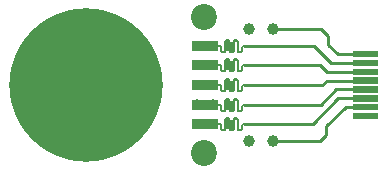
<source format=gbr>
%TF.GenerationSoftware,KiCad,Pcbnew,(5.1.10)-1*%
%TF.CreationDate,2021-10-06T18:23:09-05:00*%
%TF.ProjectId,Flex_02,466c6578-5f30-4322-9e6b-696361645f70,rev?*%
%TF.SameCoordinates,Original*%
%TF.FileFunction,Copper,L2,Bot*%
%TF.FilePolarity,Positive*%
%FSLAX46Y46*%
G04 Gerber Fmt 4.6, Leading zero omitted, Abs format (unit mm)*
G04 Created by KiCad (PCBNEW (5.1.10)-1) date 2021-10-06 18:23:09*
%MOMM*%
%LPD*%
G01*
G04 APERTURE LIST*
%TA.AperFunction,ComponentPad*%
%ADD10C,13.000000*%
%TD*%
%TA.AperFunction,ComponentPad*%
%ADD11C,2.200000*%
%TD*%
%TA.AperFunction,ComponentPad*%
%ADD12C,1.000000*%
%TD*%
%TA.AperFunction,ComponentPad*%
%ADD13C,0.600000*%
%TD*%
%TA.AperFunction,ComponentPad*%
%ADD14R,2.200000X0.800000*%
%TD*%
%TA.AperFunction,SMDPad,CuDef*%
%ADD15C,0.100000*%
%TD*%
%TA.AperFunction,ViaPad*%
%ADD16C,0.800000*%
%TD*%
%TA.AperFunction,Conductor*%
%ADD17C,0.250000*%
%TD*%
G04 APERTURE END LIST*
D10*
%TO.P,REF\u002A\u002A,#*%
%TO.N,N/C*%
X142568100Y-106142180D03*
D11*
X152568100Y-111892180D03*
X152568100Y-100392180D03*
D12*
X158368100Y-110892180D03*
X158368100Y-101392180D03*
D13*
X165518100Y-108767180D03*
X165518100Y-108017180D03*
X165518100Y-107267180D03*
X165518100Y-106517180D03*
X165518100Y-105767180D03*
X165518100Y-105017180D03*
X165518100Y-104267180D03*
X165518100Y-103517180D03*
X166918100Y-108767180D03*
X166918100Y-108017180D03*
X166918100Y-107267180D03*
X166918100Y-106517180D03*
X166918100Y-105767180D03*
X166918100Y-105017180D03*
X166918100Y-104267180D03*
X166918100Y-103517180D03*
D12*
X156368100Y-110892180D03*
X156368100Y-101392180D03*
D14*
X152668100Y-109442180D03*
X152668100Y-107792180D03*
X152668100Y-106142180D03*
X152668100Y-104492180D03*
X152668100Y-102842180D03*
%TA.AperFunction,SMDPad,CuDef*%
D15*
G36*
X167268100Y-107742180D02*
G01*
X167268100Y-108292180D01*
X165168100Y-108292180D01*
X165168100Y-107742180D01*
X167268100Y-107742180D01*
G37*
%TD.AperFunction*%
%TA.AperFunction,SMDPad,CuDef*%
G36*
X167268100Y-106992180D02*
G01*
X167268100Y-107542180D01*
X165168100Y-107542180D01*
X165168100Y-106992180D01*
X167268100Y-106992180D01*
G37*
%TD.AperFunction*%
%TA.AperFunction,SMDPad,CuDef*%
G36*
X167268100Y-106242180D02*
G01*
X167268100Y-106792180D01*
X165168100Y-106792180D01*
X165168100Y-106242180D01*
X167268100Y-106242180D01*
G37*
%TD.AperFunction*%
%TA.AperFunction,SMDPad,CuDef*%
G36*
X167268100Y-105492180D02*
G01*
X167268100Y-106042180D01*
X165168100Y-106042180D01*
X165168100Y-105492180D01*
X167268100Y-105492180D01*
G37*
%TD.AperFunction*%
%TA.AperFunction,SMDPad,CuDef*%
G36*
X167268100Y-104742180D02*
G01*
X167268100Y-105292180D01*
X165168100Y-105292180D01*
X165168100Y-104742180D01*
X167268100Y-104742180D01*
G37*
%TD.AperFunction*%
%TA.AperFunction,SMDPad,CuDef*%
G36*
X167268100Y-103992180D02*
G01*
X167268100Y-104542180D01*
X165168100Y-104542180D01*
X165168100Y-103992180D01*
X167268100Y-103992180D01*
G37*
%TD.AperFunction*%
%TA.AperFunction,SMDPad,CuDef*%
G36*
X167268100Y-103242180D02*
G01*
X167268100Y-103792180D01*
X165168100Y-103792180D01*
X165168100Y-103242180D01*
X167268100Y-103242180D01*
G37*
%TD.AperFunction*%
%TA.AperFunction,SMDPad,CuDef*%
G36*
X167268100Y-108492180D02*
G01*
X167268100Y-109042180D01*
X165168100Y-109042180D01*
X165168100Y-108492180D01*
X167268100Y-108492180D01*
G37*
%TD.AperFunction*%
%TA.AperFunction,SMDPad,CuDef*%
G36*
X153768100Y-109042180D02*
G01*
X153768100Y-109292180D01*
X153783100Y-109327180D01*
X153818100Y-109342180D01*
X153868100Y-109342180D01*
X153964100Y-109361180D01*
X154045100Y-109415180D01*
X154099100Y-109496180D01*
X154118100Y-109592180D01*
X154118100Y-109792180D01*
X154133100Y-109827180D01*
X154168100Y-109842180D01*
X154218100Y-109842180D01*
X154253100Y-109827180D01*
X154268100Y-109792180D01*
X154268100Y-109092180D01*
X154287100Y-108996180D01*
X154341100Y-108915180D01*
X154422100Y-108861180D01*
X154518100Y-108842180D01*
X154568100Y-108842180D01*
X154664100Y-108861180D01*
X154745100Y-108915180D01*
X154799100Y-108996180D01*
X154818100Y-109092180D01*
X154818100Y-109792180D01*
X154833100Y-109827180D01*
X154868100Y-109842180D01*
X154918100Y-109842180D01*
X154953100Y-109827180D01*
X154968100Y-109792180D01*
X154968100Y-109092180D01*
X154987100Y-108996180D01*
X155041100Y-108915180D01*
X155122100Y-108861180D01*
X155218100Y-108842180D01*
X155268100Y-108842180D01*
X155364100Y-108861180D01*
X155445100Y-108915180D01*
X155499100Y-108996180D01*
X155518100Y-109092180D01*
X155518100Y-109792180D01*
X155533100Y-109827180D01*
X155568100Y-109842180D01*
X155618100Y-109842180D01*
X155653100Y-109827180D01*
X155668100Y-109792180D01*
X155668100Y-109592180D01*
X155687100Y-109496180D01*
X155741100Y-109415180D01*
X155822100Y-109361180D01*
X155918100Y-109342180D01*
X155968100Y-109342180D01*
X156027100Y-109361180D01*
X156063100Y-109411180D01*
X156063100Y-109473180D01*
X156027100Y-109523180D01*
X155968100Y-109542180D01*
X155918100Y-109542180D01*
X155883100Y-109557180D01*
X155868100Y-109592180D01*
X155868100Y-109792180D01*
X155849100Y-109888180D01*
X155795100Y-109969180D01*
X155714100Y-110023180D01*
X155618100Y-110042180D01*
X155568100Y-110042180D01*
X155472100Y-110023180D01*
X155391100Y-109969180D01*
X155337100Y-109888180D01*
X155318100Y-109792180D01*
X155318100Y-109092180D01*
X155303100Y-109057180D01*
X155268100Y-109042180D01*
X155218100Y-109042180D01*
X155183100Y-109057180D01*
X155168100Y-109092180D01*
X155168100Y-109792180D01*
X155149100Y-109888180D01*
X155095100Y-109969180D01*
X155014100Y-110023180D01*
X154918100Y-110042180D01*
X154868100Y-110042180D01*
X154772100Y-110023180D01*
X154691100Y-109969180D01*
X154637100Y-109888180D01*
X154618100Y-109792180D01*
X154618100Y-109092180D01*
X154603100Y-109057180D01*
X154568100Y-109042180D01*
X154518100Y-109042180D01*
X154483100Y-109057180D01*
X154468100Y-109092180D01*
X154468100Y-109792180D01*
X154449100Y-109888180D01*
X154395100Y-109969180D01*
X154314100Y-110023180D01*
X154218100Y-110042180D01*
X154168100Y-110042180D01*
X154072100Y-110023180D01*
X153991100Y-109969180D01*
X153937100Y-109888180D01*
X153918100Y-109792180D01*
X153918100Y-109592180D01*
X153903100Y-109557180D01*
X153868100Y-109542180D01*
X153818100Y-109542180D01*
X153783100Y-109557180D01*
X153768100Y-109592180D01*
X153768100Y-109842180D01*
X151568100Y-109842180D01*
X151568100Y-109042180D01*
X153768100Y-109042180D01*
G37*
%TD.AperFunction*%
%TA.AperFunction,SMDPad,CuDef*%
G36*
X153768100Y-107442180D02*
G01*
X153768100Y-107692180D01*
X153783100Y-107727180D01*
X153818100Y-107742180D01*
X153868100Y-107742180D01*
X153964100Y-107761180D01*
X154045100Y-107815180D01*
X154099100Y-107896180D01*
X154118100Y-107992180D01*
X154118100Y-108192180D01*
X154133100Y-108227180D01*
X154168100Y-108242180D01*
X154218100Y-108242180D01*
X154253100Y-108227180D01*
X154268100Y-108192180D01*
X154268100Y-107492180D01*
X154287100Y-107396180D01*
X154341100Y-107315180D01*
X154422100Y-107261180D01*
X154518100Y-107242180D01*
X154568100Y-107242180D01*
X154664100Y-107261180D01*
X154745100Y-107315180D01*
X154799100Y-107396180D01*
X154818100Y-107492180D01*
X154818100Y-108192180D01*
X154833100Y-108227180D01*
X154868100Y-108242180D01*
X154918100Y-108242180D01*
X154953100Y-108227180D01*
X154968100Y-108192180D01*
X154968100Y-107492180D01*
X154987100Y-107396180D01*
X155041100Y-107315180D01*
X155122100Y-107261180D01*
X155218100Y-107242180D01*
X155268100Y-107242180D01*
X155364100Y-107261180D01*
X155445100Y-107315180D01*
X155499100Y-107396180D01*
X155518100Y-107492180D01*
X155518100Y-108192180D01*
X155533100Y-108227180D01*
X155568100Y-108242180D01*
X155618100Y-108242180D01*
X155653100Y-108227180D01*
X155668100Y-108192180D01*
X155668100Y-107992180D01*
X155687100Y-107896180D01*
X155741100Y-107815180D01*
X155822100Y-107761180D01*
X155918100Y-107742180D01*
X155968100Y-107742180D01*
X156027100Y-107761180D01*
X156063100Y-107811180D01*
X156063100Y-107873180D01*
X156027100Y-107923180D01*
X155968100Y-107942180D01*
X155918100Y-107942180D01*
X155883100Y-107957180D01*
X155868100Y-107992180D01*
X155868100Y-108192180D01*
X155849100Y-108288180D01*
X155795100Y-108369180D01*
X155714100Y-108423180D01*
X155618100Y-108442180D01*
X155568100Y-108442180D01*
X155472100Y-108423180D01*
X155391100Y-108369180D01*
X155337100Y-108288180D01*
X155318100Y-108192180D01*
X155318100Y-107492180D01*
X155303100Y-107457180D01*
X155268100Y-107442180D01*
X155218100Y-107442180D01*
X155183100Y-107457180D01*
X155168100Y-107492180D01*
X155168100Y-108192180D01*
X155149100Y-108288180D01*
X155095100Y-108369180D01*
X155014100Y-108423180D01*
X154918100Y-108442180D01*
X154868100Y-108442180D01*
X154772100Y-108423180D01*
X154691100Y-108369180D01*
X154637100Y-108288180D01*
X154618100Y-108192180D01*
X154618100Y-107492180D01*
X154603100Y-107457180D01*
X154568100Y-107442180D01*
X154518100Y-107442180D01*
X154483100Y-107457180D01*
X154468100Y-107492180D01*
X154468100Y-108192180D01*
X154449100Y-108288180D01*
X154395100Y-108369180D01*
X154314100Y-108423180D01*
X154218100Y-108442180D01*
X154168100Y-108442180D01*
X154072100Y-108423180D01*
X153991100Y-108369180D01*
X153937100Y-108288180D01*
X153918100Y-108192180D01*
X153918100Y-107992180D01*
X153903100Y-107957180D01*
X153868100Y-107942180D01*
X153818100Y-107942180D01*
X153783100Y-107957180D01*
X153768100Y-107992180D01*
X153768100Y-108242180D01*
X151568100Y-108242180D01*
X151568100Y-107442180D01*
X153768100Y-107442180D01*
G37*
%TD.AperFunction*%
%TA.AperFunction,SMDPad,CuDef*%
G36*
X151564995Y-106136824D02*
G01*
X151565694Y-106133311D01*
X151566734Y-106129884D01*
X151568100Y-106126584D01*
X151568100Y-105742180D01*
X153768100Y-105742180D01*
X153768100Y-105992180D01*
X153782100Y-106027180D01*
X153818100Y-106042180D01*
X153868100Y-106042180D01*
X153963100Y-106061180D01*
X154045100Y-106115180D01*
X154099100Y-106196180D01*
X154118100Y-106292180D01*
X154118100Y-106492180D01*
X154132100Y-106527180D01*
X154168100Y-106542180D01*
X154218100Y-106542180D01*
X154253100Y-106527180D01*
X154268100Y-106492180D01*
X154268100Y-105792180D01*
X154287100Y-105696180D01*
X154341100Y-105615180D01*
X154422100Y-105561180D01*
X154518100Y-105542180D01*
X154568100Y-105542180D01*
X154663100Y-105561180D01*
X154745100Y-105615180D01*
X154799100Y-105696180D01*
X154818100Y-105792180D01*
X154818100Y-106492180D01*
X154832100Y-106527180D01*
X154868100Y-106542180D01*
X154918100Y-106542180D01*
X154953100Y-106527180D01*
X154968100Y-106492180D01*
X154968100Y-105792180D01*
X154987100Y-105696180D01*
X155041100Y-105615180D01*
X155122100Y-105561180D01*
X155218100Y-105542180D01*
X155268100Y-105542180D01*
X155363100Y-105561180D01*
X155445100Y-105615180D01*
X155499100Y-105696180D01*
X155518100Y-105792180D01*
X155518100Y-106492180D01*
X155532100Y-106527180D01*
X155568100Y-106542180D01*
X155618100Y-106542180D01*
X155653100Y-106527180D01*
X155668100Y-106492180D01*
X155668100Y-106292180D01*
X155687100Y-106196180D01*
X155741100Y-106115180D01*
X155822100Y-106061180D01*
X155918100Y-106042180D01*
X155968100Y-106042180D01*
X156027100Y-106061180D01*
X156063100Y-106111180D01*
X156063100Y-106173180D01*
X156027100Y-106223180D01*
X155968100Y-106242180D01*
X155918100Y-106242180D01*
X155882100Y-106257180D01*
X155868100Y-106292180D01*
X155868100Y-106492180D01*
X155849100Y-106588180D01*
X155795100Y-106669180D01*
X155713100Y-106723180D01*
X155618100Y-106742180D01*
X155568100Y-106742180D01*
X155472100Y-106723180D01*
X155391100Y-106669180D01*
X155337100Y-106588180D01*
X155318100Y-106492180D01*
X155318100Y-105792180D01*
X155303100Y-105757180D01*
X155268100Y-105742180D01*
X155218100Y-105742180D01*
X155182100Y-105757180D01*
X155168100Y-105792180D01*
X155168100Y-106492180D01*
X155149100Y-106588180D01*
X155095100Y-106669180D01*
X155013100Y-106723180D01*
X154918100Y-106742180D01*
X154868100Y-106742180D01*
X154772100Y-106723180D01*
X154691100Y-106669180D01*
X154637100Y-106588180D01*
X154618100Y-106492180D01*
X154618100Y-105792180D01*
X154603100Y-105757180D01*
X154568100Y-105742180D01*
X154518100Y-105742180D01*
X154482100Y-105757180D01*
X154468100Y-105792180D01*
X154468100Y-106492180D01*
X154449100Y-106588180D01*
X154395100Y-106669180D01*
X154313100Y-106723180D01*
X154218100Y-106742180D01*
X154168100Y-106742180D01*
X154072100Y-106723180D01*
X153991100Y-106669180D01*
X153937100Y-106588180D01*
X153918100Y-106492180D01*
X153918100Y-106292180D01*
X153903100Y-106257180D01*
X153868100Y-106242180D01*
X153818100Y-106242180D01*
X153782100Y-106257180D01*
X153768100Y-106292180D01*
X153768100Y-106542180D01*
X151568100Y-106542180D01*
X151568100Y-106157776D01*
X151566734Y-106154476D01*
X151565694Y-106151049D01*
X151564995Y-106147536D01*
X151564644Y-106143971D01*
X151564644Y-106140389D01*
X151564995Y-106136824D01*
G37*
%TD.AperFunction*%
%TA.AperFunction,SMDPad,CuDef*%
G36*
X153768100Y-104042180D02*
G01*
X153768100Y-104292180D01*
X153783100Y-104327180D01*
X153818100Y-104342180D01*
X153868100Y-104342180D01*
X153964100Y-104361180D01*
X154045100Y-104415180D01*
X154099100Y-104496180D01*
X154118100Y-104592180D01*
X154118100Y-104792180D01*
X154133100Y-104827180D01*
X154168100Y-104842180D01*
X154218100Y-104842180D01*
X154253100Y-104827180D01*
X154268100Y-104792180D01*
X154268100Y-104092180D01*
X154287100Y-103996180D01*
X154341100Y-103915180D01*
X154422100Y-103861180D01*
X154518100Y-103842180D01*
X154568100Y-103842180D01*
X154664100Y-103861180D01*
X154745100Y-103915180D01*
X154799100Y-103996180D01*
X154818100Y-104092180D01*
X154818100Y-104792180D01*
X154833100Y-104827180D01*
X154868100Y-104842180D01*
X154918100Y-104842180D01*
X154953100Y-104827180D01*
X154968100Y-104792180D01*
X154968100Y-104092180D01*
X154987100Y-103996180D01*
X155041100Y-103915180D01*
X155122100Y-103861180D01*
X155218100Y-103842180D01*
X155268100Y-103842180D01*
X155364100Y-103861180D01*
X155445100Y-103915180D01*
X155499100Y-103996180D01*
X155518100Y-104092180D01*
X155518100Y-104792180D01*
X155533100Y-104827180D01*
X155568100Y-104842180D01*
X155618100Y-104842180D01*
X155653100Y-104827180D01*
X155668100Y-104792180D01*
X155668100Y-104592180D01*
X155687100Y-104496180D01*
X155741100Y-104415180D01*
X155822100Y-104361180D01*
X155918100Y-104342180D01*
X155968100Y-104342180D01*
X156027100Y-104361180D01*
X156063100Y-104411180D01*
X156063100Y-104473180D01*
X156027100Y-104523180D01*
X155968100Y-104542180D01*
X155918100Y-104542180D01*
X155883100Y-104557180D01*
X155868100Y-104592180D01*
X155868100Y-104792180D01*
X155849100Y-104888180D01*
X155795100Y-104969180D01*
X155714100Y-105023180D01*
X155618100Y-105042180D01*
X155568100Y-105042180D01*
X155472100Y-105023180D01*
X155391100Y-104969180D01*
X155337100Y-104888180D01*
X155318100Y-104792180D01*
X155318100Y-104092180D01*
X155303100Y-104057180D01*
X155268100Y-104042180D01*
X155218100Y-104042180D01*
X155183100Y-104057180D01*
X155168100Y-104092180D01*
X155168100Y-104792180D01*
X155149100Y-104888180D01*
X155095100Y-104969180D01*
X155014100Y-105023180D01*
X154918100Y-105042180D01*
X154868100Y-105042180D01*
X154772100Y-105023180D01*
X154691100Y-104969180D01*
X154637100Y-104888180D01*
X154618100Y-104792180D01*
X154618100Y-104092180D01*
X154603100Y-104057180D01*
X154568100Y-104042180D01*
X154518100Y-104042180D01*
X154483100Y-104057180D01*
X154468100Y-104092180D01*
X154468100Y-104792180D01*
X154449100Y-104888180D01*
X154395100Y-104969180D01*
X154314100Y-105023180D01*
X154218100Y-105042180D01*
X154168100Y-105042180D01*
X154072100Y-105023180D01*
X153991100Y-104969180D01*
X153937100Y-104888180D01*
X153918100Y-104792180D01*
X153918100Y-104592180D01*
X153903100Y-104557180D01*
X153868100Y-104542180D01*
X153818100Y-104542180D01*
X153783100Y-104557180D01*
X153768100Y-104592180D01*
X153768100Y-104842180D01*
X151568100Y-104842180D01*
X151568100Y-104042180D01*
X153768100Y-104042180D01*
G37*
%TD.AperFunction*%
%TA.AperFunction,SMDPad,CuDef*%
G36*
X153768100Y-102442180D02*
G01*
X153768100Y-102692180D01*
X153783100Y-102727180D01*
X153818100Y-102742180D01*
X153868100Y-102742180D01*
X153964100Y-102761180D01*
X154045100Y-102815180D01*
X154099100Y-102896180D01*
X154118100Y-102992180D01*
X154118100Y-103192180D01*
X154133100Y-103227180D01*
X154168100Y-103242180D01*
X154218100Y-103242180D01*
X154253100Y-103227180D01*
X154268100Y-103192180D01*
X154268100Y-102492180D01*
X154287100Y-102396180D01*
X154341100Y-102315180D01*
X154422100Y-102261180D01*
X154518100Y-102242180D01*
X154568100Y-102242180D01*
X154664100Y-102261180D01*
X154745100Y-102315180D01*
X154799100Y-102396180D01*
X154818100Y-102492180D01*
X154818100Y-103192180D01*
X154833100Y-103227180D01*
X154868100Y-103242180D01*
X154918100Y-103242180D01*
X154953100Y-103227180D01*
X154968100Y-103192180D01*
X154968100Y-102492180D01*
X154987100Y-102396180D01*
X155041100Y-102315180D01*
X155122100Y-102261180D01*
X155218100Y-102242180D01*
X155268100Y-102242180D01*
X155364100Y-102261180D01*
X155445100Y-102315180D01*
X155499100Y-102396180D01*
X155518100Y-102492180D01*
X155518100Y-103192180D01*
X155533100Y-103227180D01*
X155568100Y-103242180D01*
X155618100Y-103242180D01*
X155653100Y-103227180D01*
X155668100Y-103192180D01*
X155668100Y-102992180D01*
X155687100Y-102896180D01*
X155741100Y-102815180D01*
X155822100Y-102761180D01*
X155918100Y-102742180D01*
X155968100Y-102742180D01*
X156027100Y-102761180D01*
X156063100Y-102811180D01*
X156063100Y-102873180D01*
X156027100Y-102923180D01*
X155968100Y-102942180D01*
X155918100Y-102942180D01*
X155883100Y-102957180D01*
X155868100Y-102992180D01*
X155868100Y-103192180D01*
X155849100Y-103288180D01*
X155795100Y-103369180D01*
X155714100Y-103423180D01*
X155618100Y-103442180D01*
X155568100Y-103442180D01*
X155472100Y-103423180D01*
X155391100Y-103369180D01*
X155337100Y-103288180D01*
X155318100Y-103192180D01*
X155318100Y-102492180D01*
X155303100Y-102457180D01*
X155268100Y-102442180D01*
X155218100Y-102442180D01*
X155183100Y-102457180D01*
X155168100Y-102492180D01*
X155168100Y-103192180D01*
X155149100Y-103288180D01*
X155095100Y-103369180D01*
X155014100Y-103423180D01*
X154918100Y-103442180D01*
X154868100Y-103442180D01*
X154772100Y-103423180D01*
X154691100Y-103369180D01*
X154637100Y-103288180D01*
X154618100Y-103192180D01*
X154618100Y-102492180D01*
X154603100Y-102457180D01*
X154568100Y-102442180D01*
X154518100Y-102442180D01*
X154483100Y-102457180D01*
X154468100Y-102492180D01*
X154468100Y-103192180D01*
X154449100Y-103288180D01*
X154395100Y-103369180D01*
X154314100Y-103423180D01*
X154218100Y-103442180D01*
X154168100Y-103442180D01*
X154072100Y-103423180D01*
X153991100Y-103369180D01*
X153937100Y-103288180D01*
X153918100Y-103192180D01*
X153918100Y-102992180D01*
X153903100Y-102957180D01*
X153868100Y-102942180D01*
X153818100Y-102942180D01*
X153783100Y-102957180D01*
X153768100Y-102992180D01*
X153768100Y-103242180D01*
X151568100Y-103242180D01*
X151568100Y-102442180D01*
X153768100Y-102442180D01*
G37*
%TD.AperFunction*%
%TD*%
D16*
%TO.N,*%
X151948100Y-102822180D03*
X153338100Y-102812180D03*
X151968100Y-104482180D03*
X153358100Y-104472180D03*
X153328100Y-106122180D03*
X151938100Y-106132180D03*
X153348100Y-107752180D03*
X151958100Y-107762180D03*
X151938100Y-109432180D03*
X153328100Y-109422180D03*
%TD*%
D17*
%TO.N,*%
X165518100Y-103517180D02*
X163863100Y-103517180D01*
X163863100Y-103517180D02*
X163088100Y-102742180D01*
X163088100Y-102742180D02*
X163088100Y-101982180D01*
X162498100Y-101392180D02*
X158368100Y-101392180D01*
X163088100Y-101982180D02*
X162498100Y-101392180D01*
X166218100Y-104267180D02*
X163333100Y-104267180D01*
X161908100Y-102842180D02*
X155968100Y-102842180D01*
X163333100Y-104267180D02*
X161908100Y-102842180D01*
X166218100Y-105017180D02*
X162993100Y-105017180D01*
X162418100Y-104442180D02*
X155968100Y-104442180D01*
X162993100Y-105017180D02*
X162418100Y-104442180D01*
X165518100Y-106517180D02*
X163773100Y-106517180D01*
X162448100Y-107842180D02*
X155968100Y-107842180D01*
X163773100Y-106517180D02*
X162448100Y-107842180D01*
X155968100Y-109442180D02*
X161768100Y-109442180D01*
X163943100Y-107267180D02*
X166218100Y-107267180D01*
X161768100Y-109442180D02*
X163943100Y-107267180D01*
X166218100Y-108017180D02*
X164543100Y-108017180D01*
X164543100Y-108017180D02*
X162908100Y-109652180D01*
X162908100Y-109652180D02*
X162908100Y-110372180D01*
X162388100Y-110892180D02*
X162908100Y-110372180D01*
X158368100Y-110892180D02*
X162388100Y-110892180D01*
X156888100Y-106122180D02*
X155978100Y-106132180D01*
X156908100Y-106142180D02*
X156888100Y-106122180D01*
X162588100Y-106142180D02*
X156908100Y-106142180D01*
X162963100Y-105767180D02*
X162588100Y-106142180D01*
X165518100Y-105767180D02*
X162963100Y-105767180D01*
%TD*%
M02*

</source>
